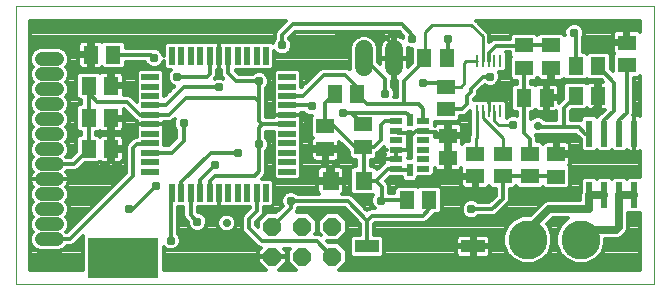
<source format=gtl>
G75*
%MOIN*%
%OFA0B0*%
%FSLAX25Y25*%
%IPPOS*%
%LPD*%
%AMOC8*
5,1,8,0,0,1.08239X$1,22.5*
%
%ADD10C,0.00000*%
%ADD11R,0.23622X0.13780*%
%ADD12R,0.05118X0.05906*%
%ADD13R,0.05906X0.05118*%
%ADD14R,0.05512X0.06299*%
%ADD15R,0.01969X0.05906*%
%ADD16R,0.05906X0.01969*%
%ADD17OC8,0.06000*%
%ADD18R,0.04424X0.01969*%
%ADD19R,0.01969X0.04424*%
%ADD20C,0.04756*%
%ADD21C,0.06000*%
%ADD22R,0.07900X0.04300*%
%ADD23R,0.00984X0.03937*%
%ADD24R,0.02400X0.08700*%
%ADD25C,0.13000*%
%ADD26C,0.01400*%
%ADD27C,0.02800*%
%ADD28C,0.03100*%
%ADD29C,0.01200*%
%ADD30C,0.01000*%
%ADD31C,0.02500*%
%ADD32C,0.02900*%
D10*
X0014912Y0005985D02*
X0014912Y0098504D01*
X0227510Y0098504D01*
X0227510Y0005985D01*
X0014912Y0005985D01*
D11*
X0050652Y0014522D03*
D12*
X0046602Y0050968D03*
X0039122Y0050968D03*
X0039114Y0061187D03*
X0046594Y0061187D03*
X0046594Y0072111D03*
X0039114Y0072111D03*
X0039915Y0082430D03*
X0047396Y0082430D03*
X0121104Y0069306D03*
X0128585Y0069306D03*
X0151040Y0081322D03*
X0158520Y0081322D03*
X0184312Y0068150D03*
X0191792Y0068150D03*
X0201440Y0068722D03*
X0208920Y0068722D03*
X0208920Y0078522D03*
X0201440Y0078522D03*
X0152741Y0034040D03*
X0145261Y0034040D03*
D13*
X0168080Y0041882D03*
X0177180Y0041882D03*
X0186280Y0041882D03*
X0195067Y0041799D03*
X0195067Y0049279D03*
X0186280Y0049362D03*
X0177180Y0049362D03*
X0168080Y0049362D03*
X0158971Y0047955D03*
X0158971Y0055436D03*
X0158280Y0064282D03*
X0158280Y0071762D03*
X0184234Y0078046D03*
X0193256Y0078034D03*
X0193256Y0085515D03*
X0184234Y0085527D03*
X0218480Y0086462D03*
X0218480Y0078982D03*
X0130649Y0059196D03*
X0118039Y0058533D03*
X0130649Y0051715D03*
X0118039Y0051052D03*
D14*
X0119770Y0040399D03*
X0130793Y0040399D03*
D15*
X0098330Y0036393D03*
X0095180Y0036393D03*
X0092031Y0036393D03*
X0088881Y0036393D03*
X0085732Y0036393D03*
X0082582Y0036393D03*
X0079432Y0036393D03*
X0076283Y0036393D03*
X0073133Y0036393D03*
X0069984Y0036393D03*
X0066834Y0036393D03*
X0066834Y0082062D03*
X0069984Y0082062D03*
X0073133Y0082062D03*
X0076283Y0082062D03*
X0079432Y0082062D03*
X0082582Y0082062D03*
X0085732Y0082062D03*
X0088881Y0082062D03*
X0092031Y0082062D03*
X0095180Y0082062D03*
X0098330Y0082062D03*
D16*
X0105417Y0074976D03*
X0105417Y0071826D03*
X0105417Y0068677D03*
X0105417Y0065527D03*
X0105417Y0062377D03*
X0105417Y0059228D03*
X0105417Y0056078D03*
X0105417Y0052929D03*
X0105417Y0049779D03*
X0105417Y0046629D03*
X0105417Y0043480D03*
X0059747Y0043480D03*
X0059747Y0046629D03*
X0059747Y0049779D03*
X0059747Y0052929D03*
X0059747Y0056078D03*
X0059747Y0059228D03*
X0059747Y0062377D03*
X0059747Y0065527D03*
X0059747Y0068677D03*
X0059747Y0071826D03*
X0059747Y0074976D03*
D17*
X0100406Y0025167D03*
X0110406Y0025167D03*
X0120406Y0025167D03*
X0120406Y0015167D03*
X0110406Y0015167D03*
X0100406Y0015167D03*
D18*
X0141660Y0044447D03*
X0141660Y0047596D03*
X0141660Y0050746D03*
X0141660Y0053895D03*
X0141660Y0057045D03*
X0141660Y0060195D03*
X0150621Y0060195D03*
X0150621Y0057045D03*
X0150621Y0053895D03*
X0150621Y0050746D03*
X0150621Y0047596D03*
X0150591Y0044447D03*
D19*
X0146140Y0044053D03*
X0146140Y0060588D03*
D20*
X0028471Y0060957D02*
X0023715Y0060957D01*
X0023715Y0055957D02*
X0028471Y0055957D01*
X0028471Y0050957D02*
X0023715Y0050957D01*
X0023715Y0045957D02*
X0028471Y0045957D01*
X0028471Y0040957D02*
X0023715Y0040957D01*
X0023715Y0035957D02*
X0028471Y0035957D01*
X0028471Y0030957D02*
X0023715Y0030957D01*
X0023715Y0025957D02*
X0028471Y0025957D01*
X0028471Y0020957D02*
X0023715Y0020957D01*
X0023715Y0065957D02*
X0028471Y0065957D01*
X0028471Y0070957D02*
X0023715Y0070957D01*
X0023715Y0075957D02*
X0028471Y0075957D01*
X0028471Y0080957D02*
X0023715Y0080957D01*
D21*
X0130979Y0078177D02*
X0130979Y0084177D01*
X0140979Y0084177D02*
X0140979Y0078177D01*
D22*
X0131988Y0018551D03*
X0167388Y0018551D03*
D23*
X0168509Y0063543D03*
X0170478Y0063543D03*
X0172446Y0063543D03*
X0174415Y0063543D03*
X0176383Y0063543D03*
X0176383Y0080181D03*
X0174415Y0080181D03*
X0172446Y0080181D03*
X0170478Y0080181D03*
X0168509Y0080181D03*
D24*
X0206002Y0056160D03*
X0211002Y0056160D03*
X0216002Y0056160D03*
X0221002Y0056160D03*
X0221002Y0035560D03*
X0216002Y0035560D03*
X0211002Y0035560D03*
X0206002Y0035560D03*
D25*
X0203186Y0020801D03*
X0185555Y0020807D03*
D26*
X0192925Y0017173D02*
X0195814Y0017173D01*
X0196235Y0016156D02*
X0198541Y0013850D01*
X0201555Y0012601D01*
X0204817Y0012601D01*
X0207831Y0013850D01*
X0210138Y0016156D01*
X0211386Y0019170D01*
X0211386Y0020972D01*
X0215567Y0020972D01*
X0216651Y0021421D01*
X0217673Y0022443D01*
X0218503Y0023273D01*
X0218952Y0024357D01*
X0218952Y0029655D01*
X0219098Y0029510D01*
X0222810Y0029510D01*
X0222810Y0010685D01*
X0122571Y0010685D01*
X0125106Y0013220D01*
X0125106Y0017113D01*
X0122353Y0019867D01*
X0119100Y0019867D01*
X0118500Y0020467D01*
X0122353Y0020467D01*
X0125106Y0023220D01*
X0125106Y0027113D01*
X0122353Y0029867D01*
X0118459Y0029867D01*
X0115706Y0027113D01*
X0115706Y0023220D01*
X0116641Y0022285D01*
X0115828Y0022622D01*
X0114508Y0022622D01*
X0115106Y0023220D01*
X0115106Y0027113D01*
X0112353Y0029867D01*
X0108500Y0029867D01*
X0108615Y0029981D01*
X0108980Y0030863D01*
X0108980Y0031222D01*
X0124486Y0031222D01*
X0129588Y0026120D01*
X0129588Y0022401D01*
X0127334Y0022401D01*
X0126338Y0021405D01*
X0126338Y0015697D01*
X0127334Y0014701D01*
X0136642Y0014701D01*
X0137638Y0015697D01*
X0137638Y0021405D01*
X0136642Y0022401D01*
X0134388Y0022401D01*
X0134388Y0026120D01*
X0134690Y0026422D01*
X0151057Y0026422D01*
X0151940Y0026787D01*
X0152615Y0027462D01*
X0152615Y0027462D01*
X0154540Y0029388D01*
X0156004Y0029388D01*
X0157000Y0030384D01*
X0157000Y0037697D01*
X0156004Y0038693D01*
X0149478Y0038693D01*
X0149001Y0038216D01*
X0148524Y0038693D01*
X0141998Y0038693D01*
X0141002Y0037697D01*
X0141002Y0036440D01*
X0139299Y0036440D01*
X0139299Y0038835D01*
X0138933Y0039717D01*
X0138251Y0040399D01*
X0139615Y0041762D01*
X0141312Y0041762D01*
X0141576Y0041653D01*
X0143456Y0041653D01*
X0143456Y0041137D01*
X0144452Y0040141D01*
X0147829Y0040141D01*
X0148825Y0041137D01*
X0148825Y0041762D01*
X0153508Y0041762D01*
X0154503Y0042758D01*
X0154503Y0044619D01*
X0154657Y0044352D01*
X0154974Y0044036D01*
X0155362Y0043812D01*
X0155794Y0043696D01*
X0158391Y0043696D01*
X0158391Y0047376D01*
X0159550Y0047376D01*
X0159550Y0043696D01*
X0162147Y0043696D01*
X0162580Y0043812D01*
X0162967Y0044036D01*
X0163284Y0044352D01*
X0163427Y0044601D01*
X0163427Y0042461D01*
X0167500Y0042461D01*
X0167500Y0041302D01*
X0163427Y0041302D01*
X0163427Y0039099D01*
X0163543Y0038666D01*
X0163767Y0038279D01*
X0164083Y0037962D01*
X0164471Y0037738D01*
X0164903Y0037623D01*
X0167500Y0037623D01*
X0167500Y0041302D01*
X0168660Y0041302D01*
X0168660Y0037623D01*
X0171257Y0037623D01*
X0171689Y0037738D01*
X0172077Y0037962D01*
X0172393Y0038279D01*
X0172567Y0038579D01*
X0173523Y0037623D01*
X0174780Y0037623D01*
X0174780Y0035416D01*
X0172686Y0033322D01*
X0168876Y0033322D01*
X0168521Y0033677D01*
X0167326Y0034172D01*
X0166034Y0034172D01*
X0164839Y0033677D01*
X0163925Y0032763D01*
X0163430Y0031568D01*
X0163430Y0030275D01*
X0163925Y0029081D01*
X0164839Y0028167D01*
X0166034Y0027672D01*
X0167326Y0027672D01*
X0168521Y0028167D01*
X0168876Y0028522D01*
X0174157Y0028522D01*
X0175040Y0028887D01*
X0179215Y0033062D01*
X0179580Y0033944D01*
X0179580Y0037623D01*
X0180837Y0037623D01*
X0181730Y0038516D01*
X0182623Y0037623D01*
X0189937Y0037623D01*
X0190632Y0038318D01*
X0191410Y0037540D01*
X0198724Y0037540D01*
X0199719Y0038536D01*
X0199719Y0045062D01*
X0199242Y0045539D01*
X0199380Y0045676D01*
X0199604Y0046064D01*
X0199719Y0046496D01*
X0199719Y0048700D01*
X0195646Y0048700D01*
X0195646Y0049859D01*
X0194487Y0049859D01*
X0194487Y0053538D01*
X0191890Y0053538D01*
X0191458Y0053422D01*
X0191070Y0053199D01*
X0190754Y0052882D01*
X0190725Y0052833D01*
X0189937Y0053621D01*
X0188680Y0053621D01*
X0188680Y0054739D01*
X0188315Y0055621D01*
X0188301Y0055635D01*
X0189538Y0055635D01*
X0189990Y0055822D01*
X0201546Y0055822D01*
X0202567Y0054800D01*
X0203102Y0054265D01*
X0203102Y0051105D01*
X0204098Y0050110D01*
X0207906Y0050110D01*
X0208502Y0050705D01*
X0209098Y0050110D01*
X0212906Y0050110D01*
X0213502Y0050705D01*
X0214098Y0050110D01*
X0217906Y0050110D01*
X0218502Y0050705D01*
X0218758Y0050449D01*
X0219146Y0050225D01*
X0219578Y0050110D01*
X0221002Y0050110D01*
X0221002Y0056159D01*
X0221002Y0056159D01*
X0221002Y0050110D01*
X0222426Y0050110D01*
X0222810Y0050212D01*
X0222810Y0041610D01*
X0219098Y0041610D01*
X0218502Y0041014D01*
X0217906Y0041610D01*
X0214098Y0041610D01*
X0213502Y0041014D01*
X0212906Y0041610D01*
X0209098Y0041610D01*
X0208502Y0041014D01*
X0207906Y0041610D01*
X0204098Y0041610D01*
X0203102Y0040614D01*
X0203102Y0036440D01*
X0202930Y0036024D01*
X0202930Y0033872D01*
X0191993Y0033872D01*
X0190909Y0033423D01*
X0186493Y0029007D01*
X0183924Y0029007D01*
X0180910Y0027758D01*
X0178603Y0025452D01*
X0177355Y0022438D01*
X0177355Y0019176D01*
X0178603Y0016162D01*
X0180910Y0013855D01*
X0183924Y0012607D01*
X0187186Y0012607D01*
X0190200Y0013855D01*
X0192506Y0016162D01*
X0193755Y0019176D01*
X0193755Y0022438D01*
X0192506Y0025452D01*
X0191894Y0026064D01*
X0193802Y0027972D01*
X0199070Y0027972D01*
X0198541Y0027753D01*
X0196235Y0025446D01*
X0194986Y0022432D01*
X0194986Y0019170D01*
X0196235Y0016156D01*
X0196617Y0015774D02*
X0192119Y0015774D01*
X0190720Y0014376D02*
X0198015Y0014376D01*
X0200647Y0012977D02*
X0188080Y0012977D01*
X0183029Y0012977D02*
X0124863Y0012977D01*
X0123465Y0011579D02*
X0222810Y0011579D01*
X0222810Y0012977D02*
X0205725Y0012977D01*
X0208357Y0014376D02*
X0222810Y0014376D01*
X0222810Y0015774D02*
X0209756Y0015774D01*
X0210559Y0017173D02*
X0222810Y0017173D01*
X0222810Y0018571D02*
X0211138Y0018571D01*
X0211386Y0019970D02*
X0222810Y0019970D01*
X0222810Y0021368D02*
X0216524Y0021368D01*
X0217997Y0022767D02*
X0222810Y0022767D01*
X0222810Y0024165D02*
X0218873Y0024165D01*
X0218952Y0025564D02*
X0222810Y0025564D01*
X0222810Y0026962D02*
X0218952Y0026962D01*
X0218952Y0028361D02*
X0222810Y0028361D01*
X0202930Y0033955D02*
X0179580Y0033955D01*
X0179580Y0035354D02*
X0202930Y0035354D01*
X0203102Y0036752D02*
X0179580Y0036752D01*
X0181365Y0038151D02*
X0182095Y0038151D01*
X0177180Y0034422D02*
X0173680Y0030922D01*
X0166680Y0030922D01*
X0163644Y0029759D02*
X0156376Y0029759D01*
X0157000Y0031158D02*
X0163430Y0031158D01*
X0163839Y0032556D02*
X0157000Y0032556D01*
X0157000Y0033955D02*
X0165510Y0033955D01*
X0167850Y0033955D02*
X0173319Y0033955D01*
X0174718Y0035354D02*
X0157000Y0035354D01*
X0157000Y0036752D02*
X0174780Y0036752D01*
X0172995Y0038151D02*
X0172265Y0038151D01*
X0171580Y0035122D02*
X0168080Y0038622D01*
X0168080Y0041882D01*
X0167500Y0042346D02*
X0154091Y0042346D01*
X0154503Y0043745D02*
X0155613Y0043745D01*
X0158391Y0043745D02*
X0159550Y0043745D01*
X0162328Y0043745D02*
X0163427Y0043745D01*
X0163427Y0040948D02*
X0148636Y0040948D01*
X0143645Y0040948D02*
X0138800Y0040948D01*
X0139003Y0039549D02*
X0163427Y0039549D01*
X0167500Y0039549D02*
X0168660Y0039549D01*
X0168660Y0040948D02*
X0167500Y0040948D01*
X0167500Y0038151D02*
X0168660Y0038151D01*
X0163895Y0038151D02*
X0156547Y0038151D01*
X0152741Y0034040D02*
X0152741Y0030983D01*
X0150580Y0028822D01*
X0133696Y0028822D01*
X0131988Y0027114D01*
X0125480Y0033622D01*
X0106580Y0033622D01*
X0106580Y0031341D01*
X0100406Y0025167D01*
X0095706Y0024890D02*
X0095706Y0027113D01*
X0098459Y0029867D01*
X0101712Y0029867D01*
X0103767Y0031921D01*
X0103330Y0032975D01*
X0103330Y0034268D01*
X0103825Y0035463D01*
X0104739Y0036377D01*
X0105934Y0036872D01*
X0107226Y0036872D01*
X0108421Y0036377D01*
X0108776Y0036022D01*
X0115837Y0036022D01*
X0115654Y0036206D01*
X0115430Y0036593D01*
X0115314Y0037026D01*
X0115314Y0039721D01*
X0119092Y0039721D01*
X0119092Y0041077D01*
X0119092Y0045249D01*
X0116790Y0045249D01*
X0116358Y0045133D01*
X0115970Y0044909D01*
X0115654Y0044592D01*
X0115430Y0044205D01*
X0115314Y0043772D01*
X0115314Y0041077D01*
X0119092Y0041077D01*
X0120448Y0041077D01*
X0124226Y0041077D01*
X0124226Y0043772D01*
X0124110Y0044205D01*
X0123886Y0044592D01*
X0123570Y0044909D01*
X0123182Y0045133D01*
X0122749Y0045249D01*
X0120448Y0045249D01*
X0120448Y0041077D01*
X0120448Y0039721D01*
X0124226Y0039721D01*
X0124226Y0037026D01*
X0124110Y0036593D01*
X0123886Y0036206D01*
X0123702Y0036022D01*
X0125957Y0036022D01*
X0126840Y0035656D01*
X0131988Y0030508D01*
X0132336Y0030856D01*
X0133219Y0031222D01*
X0134484Y0031222D01*
X0133825Y0031881D01*
X0133330Y0033075D01*
X0133330Y0034368D01*
X0133819Y0035549D01*
X0127333Y0035549D01*
X0126337Y0036545D01*
X0126337Y0044253D01*
X0127333Y0045249D01*
X0128393Y0045249D01*
X0128393Y0047456D01*
X0126992Y0047456D01*
X0125997Y0048452D01*
X0125997Y0050011D01*
X0125445Y0050562D01*
X0125445Y0050562D01*
X0122692Y0053316D01*
X0122692Y0051632D01*
X0118619Y0051632D01*
X0118619Y0050473D01*
X0122692Y0050473D01*
X0122692Y0048270D01*
X0122576Y0047837D01*
X0122352Y0047450D01*
X0122036Y0047133D01*
X0121648Y0046909D01*
X0121216Y0046793D01*
X0118619Y0046793D01*
X0118619Y0050473D01*
X0117460Y0050473D01*
X0117460Y0046793D01*
X0114862Y0046793D01*
X0114430Y0046909D01*
X0114042Y0047133D01*
X0113726Y0047450D01*
X0113502Y0047837D01*
X0113386Y0048270D01*
X0113386Y0050473D01*
X0117459Y0050473D01*
X0117459Y0051632D01*
X0113386Y0051632D01*
X0113386Y0053835D01*
X0113502Y0054268D01*
X0113726Y0054655D01*
X0113863Y0054793D01*
X0113386Y0055270D01*
X0113386Y0061796D01*
X0113562Y0061972D01*
X0112834Y0061972D01*
X0111639Y0062467D01*
X0110979Y0063127D01*
X0110069Y0063127D01*
X0110069Y0062377D01*
X0105417Y0062377D01*
X0105417Y0062377D01*
X0110069Y0062377D01*
X0110069Y0061169D01*
X0110016Y0060970D01*
X0110069Y0060916D01*
X0110069Y0041791D01*
X0109074Y0040795D01*
X0101760Y0040795D01*
X0100764Y0041791D01*
X0100764Y0056828D01*
X0098380Y0056828D01*
X0098380Y0054818D01*
X0098735Y0054463D01*
X0099230Y0053268D01*
X0099230Y0051975D01*
X0098735Y0050781D01*
X0098380Y0050426D01*
X0098380Y0043044D01*
X0098015Y0042162D01*
X0097340Y0041487D01*
X0097339Y0041487D01*
X0096898Y0041046D01*
X0100018Y0041046D01*
X0101014Y0040050D01*
X0101014Y0032736D01*
X0100018Y0031740D01*
X0097580Y0031740D01*
X0097580Y0029745D01*
X0097215Y0028863D01*
X0096540Y0028188D01*
X0094980Y0026628D01*
X0094980Y0025616D01*
X0095706Y0024890D01*
X0095706Y0025564D02*
X0095032Y0025564D01*
X0095315Y0026962D02*
X0095706Y0026962D01*
X0096713Y0028361D02*
X0096954Y0028361D01*
X0097580Y0029759D02*
X0098352Y0029759D01*
X0097580Y0031158D02*
X0103003Y0031158D01*
X0103503Y0032556D02*
X0100835Y0032556D01*
X0101014Y0033955D02*
X0103330Y0033955D01*
X0103780Y0035354D02*
X0101014Y0035354D01*
X0101014Y0036752D02*
X0105644Y0036752D01*
X0107516Y0036752D02*
X0115387Y0036752D01*
X0115314Y0038151D02*
X0101014Y0038151D01*
X0101014Y0039549D02*
X0115314Y0039549D01*
X0115314Y0042346D02*
X0110069Y0042346D01*
X0110069Y0043745D02*
X0115314Y0043745D01*
X0116396Y0045143D02*
X0110069Y0045143D01*
X0110069Y0046542D02*
X0128393Y0046542D01*
X0127228Y0045143D02*
X0123143Y0045143D01*
X0120448Y0045143D02*
X0119092Y0045143D01*
X0119092Y0043745D02*
X0120448Y0043745D01*
X0120448Y0042346D02*
X0119092Y0042346D01*
X0119092Y0040948D02*
X0109226Y0040948D01*
X0101608Y0040948D02*
X0100117Y0040948D01*
X0100764Y0042346D02*
X0098091Y0042346D01*
X0098380Y0043745D02*
X0100764Y0043745D01*
X0100764Y0045143D02*
X0098380Y0045143D01*
X0098380Y0046542D02*
X0100764Y0046542D01*
X0100764Y0047940D02*
X0098380Y0047940D01*
X0098380Y0049339D02*
X0100764Y0049339D01*
X0100764Y0050737D02*
X0098692Y0050737D01*
X0099230Y0052136D02*
X0100764Y0052136D01*
X0100764Y0053534D02*
X0099120Y0053534D01*
X0098380Y0054933D02*
X0100764Y0054933D01*
X0100764Y0056331D02*
X0098380Y0056331D01*
X0095980Y0058134D02*
X0095980Y0052622D01*
X0095980Y0043522D01*
X0094580Y0042122D01*
X0081280Y0042122D01*
X0079432Y0040274D01*
X0079432Y0036393D01*
X0082582Y0036393D02*
X0082582Y0036393D01*
X0082582Y0031740D01*
X0083790Y0031740D01*
X0083990Y0031794D01*
X0084043Y0031740D01*
X0092780Y0031740D01*
X0092780Y0031216D01*
X0090545Y0028981D01*
X0090180Y0028099D01*
X0090180Y0024144D01*
X0090545Y0023262D01*
X0091221Y0022587D01*
X0095621Y0018187D01*
X0096440Y0017848D01*
X0095706Y0017113D01*
X0095706Y0015467D01*
X0100106Y0015467D01*
X0100106Y0014867D01*
X0095706Y0014867D01*
X0095706Y0013220D01*
X0098241Y0010685D01*
X0064163Y0010685D01*
X0064163Y0018243D01*
X0064739Y0017667D01*
X0065934Y0017172D01*
X0067226Y0017172D01*
X0068421Y0017667D01*
X0069335Y0018581D01*
X0069830Y0019775D01*
X0069830Y0021068D01*
X0069335Y0022263D01*
X0068980Y0022618D01*
X0068980Y0031740D01*
X0070733Y0031740D01*
X0070733Y0028491D01*
X0071099Y0027609D01*
X0072130Y0026578D01*
X0072130Y0026075D01*
X0072625Y0024881D01*
X0073539Y0023967D01*
X0074734Y0023472D01*
X0076026Y0023472D01*
X0077221Y0023967D01*
X0078135Y0024881D01*
X0078630Y0026075D01*
X0078630Y0027368D01*
X0078135Y0028563D01*
X0077221Y0029477D01*
X0076026Y0029972D01*
X0075533Y0029972D01*
X0075533Y0031740D01*
X0081121Y0031740D01*
X0081174Y0031794D01*
X0081374Y0031740D01*
X0082582Y0031740D01*
X0082582Y0036393D01*
X0082582Y0035354D02*
X0082582Y0035354D01*
X0082582Y0033955D02*
X0082582Y0033955D01*
X0082582Y0032556D02*
X0082582Y0032556D01*
X0076539Y0029759D02*
X0091324Y0029759D01*
X0092722Y0031158D02*
X0075533Y0031158D01*
X0073133Y0028969D02*
X0075380Y0026722D01*
X0072342Y0025564D02*
X0068980Y0025564D01*
X0068980Y0026962D02*
X0071745Y0026962D01*
X0070787Y0028361D02*
X0068980Y0028361D01*
X0068980Y0029759D02*
X0070733Y0029759D01*
X0070733Y0031158D02*
X0068980Y0031158D01*
X0073133Y0028969D02*
X0073133Y0036393D01*
X0069984Y0036393D02*
X0069984Y0039925D01*
X0079880Y0049822D01*
X0088980Y0049822D01*
X0081280Y0045622D02*
X0076283Y0040625D01*
X0076283Y0036393D01*
X0076380Y0036490D01*
X0066834Y0036393D02*
X0066580Y0036139D01*
X0066580Y0020422D01*
X0069706Y0021368D02*
X0092439Y0021368D01*
X0093838Y0019970D02*
X0069830Y0019970D01*
X0069326Y0018571D02*
X0095236Y0018571D01*
X0095765Y0017173D02*
X0067229Y0017173D01*
X0065931Y0017173D02*
X0064163Y0017173D01*
X0064163Y0015774D02*
X0095706Y0015774D01*
X0095706Y0014376D02*
X0064163Y0014376D01*
X0064163Y0012977D02*
X0095949Y0012977D01*
X0097347Y0011579D02*
X0064163Y0011579D01*
X0068980Y0022767D02*
X0091041Y0022767D01*
X0087850Y0024537D02*
X0086964Y0023651D01*
X0085807Y0023172D01*
X0084553Y0023172D01*
X0083396Y0023651D01*
X0082510Y0024537D01*
X0082030Y0025695D01*
X0082030Y0026948D01*
X0082510Y0028106D01*
X0083396Y0028992D01*
X0084553Y0029472D01*
X0085807Y0029472D01*
X0086964Y0028992D01*
X0087850Y0028106D01*
X0088330Y0026948D01*
X0088330Y0025695D01*
X0087850Y0024537D01*
X0087478Y0024165D02*
X0090180Y0024165D01*
X0090180Y0025564D02*
X0088276Y0025564D01*
X0088324Y0026962D02*
X0090180Y0026962D01*
X0090288Y0028361D02*
X0087596Y0028361D01*
X0082764Y0028361D02*
X0078219Y0028361D01*
X0078630Y0026962D02*
X0082036Y0026962D01*
X0082084Y0025564D02*
X0078418Y0025564D01*
X0077420Y0024165D02*
X0082882Y0024165D01*
X0073340Y0024165D02*
X0068980Y0024165D01*
X0061680Y0038622D02*
X0053980Y0030922D01*
X0052580Y0030922D01*
X0043818Y0035354D02*
X0032549Y0035354D01*
X0032549Y0035146D02*
X0032549Y0036768D01*
X0031928Y0038267D01*
X0031713Y0038482D01*
X0031958Y0038820D01*
X0032250Y0039392D01*
X0032448Y0040002D01*
X0032549Y0040636D01*
X0032549Y0040957D01*
X0026093Y0040957D01*
X0026093Y0040957D01*
X0032549Y0040957D01*
X0032549Y0041278D01*
X0032448Y0041912D01*
X0032250Y0042523D01*
X0031958Y0043095D01*
X0031713Y0043432D01*
X0031838Y0043557D01*
X0034588Y0043557D01*
X0035471Y0043923D01*
X0037863Y0046315D01*
X0042385Y0046315D01*
X0042862Y0046792D01*
X0042999Y0046655D01*
X0043387Y0046431D01*
X0043819Y0046315D01*
X0046023Y0046315D01*
X0046023Y0050388D01*
X0047182Y0050388D01*
X0047182Y0046315D01*
X0049385Y0046315D01*
X0049817Y0046431D01*
X0050205Y0046655D01*
X0050522Y0046971D01*
X0050745Y0047359D01*
X0050861Y0047791D01*
X0050861Y0050389D01*
X0047182Y0050389D01*
X0047182Y0051548D01*
X0046023Y0051548D01*
X0046023Y0055621D01*
X0043819Y0055621D01*
X0043387Y0055505D01*
X0042999Y0055281D01*
X0042862Y0055144D01*
X0042385Y0055621D01*
X0041522Y0055621D01*
X0041522Y0056534D01*
X0042377Y0056534D01*
X0042854Y0057011D01*
X0042991Y0056874D01*
X0043379Y0056650D01*
X0043811Y0056534D01*
X0046014Y0056534D01*
X0046014Y0060608D01*
X0047173Y0060608D01*
X0047173Y0056534D01*
X0049377Y0056534D01*
X0049809Y0056650D01*
X0050197Y0056874D01*
X0050513Y0057191D01*
X0050737Y0057578D01*
X0050853Y0058011D01*
X0050853Y0060608D01*
X0047174Y0060608D01*
X0047174Y0061767D01*
X0050853Y0061767D01*
X0050853Y0064222D01*
X0050886Y0064222D01*
X0054765Y0060343D01*
X0055095Y0060206D01*
X0055095Y0059228D01*
X0059747Y0059228D01*
X0059747Y0059228D01*
X0055095Y0059228D01*
X0055095Y0058020D01*
X0055148Y0057820D01*
X0055095Y0057767D01*
X0055095Y0055022D01*
X0054903Y0055022D01*
X0054021Y0054656D01*
X0053345Y0053981D01*
X0052621Y0053256D01*
X0051945Y0052581D01*
X0051580Y0051699D01*
X0051580Y0043116D01*
X0031829Y0023365D01*
X0031738Y0023457D01*
X0031928Y0023647D01*
X0032549Y0025146D01*
X0032549Y0026768D01*
X0031928Y0028267D01*
X0031738Y0028457D01*
X0031928Y0028647D01*
X0032549Y0030146D01*
X0032549Y0031768D01*
X0031928Y0033267D01*
X0031738Y0033457D01*
X0031928Y0033647D01*
X0032549Y0035146D01*
X0032055Y0033955D02*
X0042419Y0033955D01*
X0041021Y0032556D02*
X0032222Y0032556D01*
X0032549Y0031158D02*
X0039622Y0031158D01*
X0038224Y0029759D02*
X0032388Y0029759D01*
X0031834Y0028361D02*
X0036825Y0028361D01*
X0035427Y0026962D02*
X0032468Y0026962D01*
X0032549Y0025564D02*
X0034028Y0025564D01*
X0032630Y0024165D02*
X0032142Y0024165D01*
X0032815Y0020957D02*
X0026093Y0020957D01*
X0021405Y0017500D02*
X0020258Y0018647D01*
X0019637Y0020146D01*
X0019637Y0021768D01*
X0020258Y0023267D01*
X0020448Y0023457D01*
X0020258Y0023647D01*
X0019637Y0025146D01*
X0019637Y0026768D01*
X0020258Y0028267D01*
X0020448Y0028457D01*
X0020258Y0028647D01*
X0019637Y0030146D01*
X0019637Y0031768D01*
X0020258Y0033267D01*
X0020448Y0033457D01*
X0020258Y0033647D01*
X0019637Y0035146D01*
X0019637Y0036768D01*
X0020258Y0038267D01*
X0020472Y0038482D01*
X0020227Y0038820D01*
X0019935Y0039392D01*
X0019737Y0040002D01*
X0019637Y0040636D01*
X0019637Y0040957D01*
X0026092Y0040957D01*
X0026092Y0040957D01*
X0019637Y0040957D01*
X0019637Y0041278D01*
X0019737Y0041912D01*
X0019935Y0042523D01*
X0020227Y0043095D01*
X0020472Y0043432D01*
X0020258Y0043647D01*
X0019637Y0045146D01*
X0019637Y0046768D01*
X0020258Y0048267D01*
X0020448Y0048457D01*
X0020258Y0048647D01*
X0019637Y0050146D01*
X0019637Y0051768D01*
X0020258Y0053267D01*
X0020448Y0053457D01*
X0020258Y0053647D01*
X0019637Y0055146D01*
X0019637Y0056768D01*
X0020258Y0058267D01*
X0020448Y0058457D01*
X0020258Y0058647D01*
X0019637Y0060146D01*
X0019637Y0061768D01*
X0020258Y0063267D01*
X0020448Y0063457D01*
X0020258Y0063647D01*
X0019637Y0065146D01*
X0019637Y0066768D01*
X0020258Y0068267D01*
X0020448Y0068457D01*
X0020258Y0068647D01*
X0019637Y0070146D01*
X0019637Y0071768D01*
X0020258Y0073267D01*
X0020448Y0073457D01*
X0020258Y0073647D01*
X0019637Y0075146D01*
X0019637Y0076768D01*
X0020258Y0078267D01*
X0020448Y0078457D01*
X0020258Y0078647D01*
X0019637Y0080146D01*
X0019637Y0081768D01*
X0020258Y0083267D01*
X0021405Y0084414D01*
X0022904Y0085035D01*
X0029282Y0085035D01*
X0030781Y0084414D01*
X0031928Y0083267D01*
X0032549Y0081768D01*
X0032549Y0080146D01*
X0031928Y0078647D01*
X0031738Y0078457D01*
X0031928Y0078267D01*
X0032549Y0076768D01*
X0032549Y0075146D01*
X0031928Y0073647D01*
X0031738Y0073457D01*
X0031928Y0073267D01*
X0032549Y0071768D01*
X0032549Y0070146D01*
X0031928Y0068647D01*
X0031738Y0068457D01*
X0031928Y0068267D01*
X0032549Y0066768D01*
X0032549Y0065146D01*
X0031928Y0063647D01*
X0031738Y0063457D01*
X0031928Y0063267D01*
X0032549Y0061768D01*
X0032549Y0060146D01*
X0031928Y0058647D01*
X0031738Y0058457D01*
X0031928Y0058267D01*
X0032549Y0056768D01*
X0032549Y0055146D01*
X0031928Y0053647D01*
X0031738Y0053457D01*
X0031928Y0053267D01*
X0032549Y0051768D01*
X0032549Y0050146D01*
X0031928Y0048647D01*
X0031738Y0048457D01*
X0031838Y0048357D01*
X0033117Y0048357D01*
X0034863Y0050103D01*
X0034863Y0054625D01*
X0035859Y0055621D01*
X0036722Y0055621D01*
X0036722Y0056534D01*
X0035850Y0056534D01*
X0034855Y0057530D01*
X0034855Y0064844D01*
X0035850Y0065840D01*
X0036714Y0065840D01*
X0036714Y0067459D01*
X0035850Y0067459D01*
X0034855Y0068454D01*
X0034855Y0075768D01*
X0035850Y0076764D01*
X0042377Y0076764D01*
X0042854Y0076287D01*
X0042991Y0076424D01*
X0043379Y0076648D01*
X0043811Y0076764D01*
X0046014Y0076764D01*
X0046014Y0072691D01*
X0047173Y0072691D01*
X0047173Y0076764D01*
X0049377Y0076764D01*
X0049809Y0076648D01*
X0050197Y0076424D01*
X0050513Y0076108D01*
X0050737Y0075720D01*
X0050853Y0075288D01*
X0050853Y0072691D01*
X0047174Y0072691D01*
X0047174Y0071532D01*
X0050853Y0071532D01*
X0050853Y0069022D01*
X0052357Y0069022D01*
X0053240Y0068656D01*
X0053915Y0067981D01*
X0055095Y0066801D01*
X0055095Y0076664D01*
X0056090Y0077660D01*
X0063404Y0077660D01*
X0064400Y0076664D01*
X0064400Y0068536D01*
X0067752Y0071888D01*
X0066839Y0072267D01*
X0065925Y0073181D01*
X0065430Y0074375D01*
X0065430Y0075668D01*
X0065925Y0076863D01*
X0066472Y0077410D01*
X0065146Y0077410D01*
X0064150Y0078405D01*
X0064150Y0080482D01*
X0063735Y0079481D01*
X0062821Y0078567D01*
X0061626Y0078072D01*
X0060334Y0078072D01*
X0059139Y0078567D01*
X0058225Y0079481D01*
X0057997Y0080030D01*
X0051655Y0080030D01*
X0051655Y0078773D01*
X0050659Y0077777D01*
X0044133Y0077777D01*
X0043656Y0078254D01*
X0043518Y0078117D01*
X0043131Y0077893D01*
X0042698Y0077777D01*
X0040495Y0077777D01*
X0040495Y0081850D01*
X0039336Y0081850D01*
X0039336Y0077777D01*
X0037133Y0077777D01*
X0036700Y0077893D01*
X0036313Y0078117D01*
X0035996Y0078433D01*
X0035772Y0078821D01*
X0035656Y0079253D01*
X0035656Y0081851D01*
X0039336Y0081851D01*
X0039336Y0083010D01*
X0039336Y0087083D01*
X0037133Y0087083D01*
X0036700Y0086967D01*
X0036313Y0086743D01*
X0035996Y0086427D01*
X0035772Y0086039D01*
X0035656Y0085607D01*
X0035656Y0083010D01*
X0039336Y0083010D01*
X0040495Y0083010D01*
X0040495Y0087083D01*
X0042698Y0087083D01*
X0043131Y0086967D01*
X0043518Y0086743D01*
X0043656Y0086606D01*
X0044133Y0087083D01*
X0050659Y0087083D01*
X0051655Y0086087D01*
X0051655Y0084830D01*
X0060349Y0084830D01*
X0060973Y0084572D01*
X0061626Y0084572D01*
X0062821Y0084077D01*
X0063735Y0083163D01*
X0064150Y0082162D01*
X0064150Y0085719D01*
X0065146Y0086715D01*
X0081121Y0086715D01*
X0081174Y0086662D01*
X0081374Y0086715D01*
X0082582Y0086715D01*
X0082582Y0082063D01*
X0082582Y0082063D01*
X0082582Y0086715D01*
X0083790Y0086715D01*
X0083990Y0086662D01*
X0084043Y0086715D01*
X0100018Y0086715D01*
X0100470Y0086264D01*
X0100925Y0087363D01*
X0101280Y0087718D01*
X0101280Y0089499D01*
X0101645Y0090381D01*
X0105069Y0093804D01*
X0019612Y0093804D01*
X0019612Y0010685D01*
X0037141Y0010685D01*
X0037141Y0021888D01*
X0034175Y0018923D01*
X0033293Y0018557D01*
X0031838Y0018557D01*
X0030781Y0017500D01*
X0029282Y0016879D01*
X0022904Y0016879D01*
X0021405Y0017500D01*
X0022195Y0017173D02*
X0019612Y0017173D01*
X0019612Y0018571D02*
X0020333Y0018571D01*
X0019710Y0019970D02*
X0019612Y0019970D01*
X0019612Y0021368D02*
X0019637Y0021368D01*
X0019612Y0022767D02*
X0020050Y0022767D01*
X0020043Y0024165D02*
X0019612Y0024165D01*
X0019612Y0025564D02*
X0019637Y0025564D01*
X0019612Y0026962D02*
X0019717Y0026962D01*
X0019612Y0028361D02*
X0020351Y0028361D01*
X0019797Y0029759D02*
X0019612Y0029759D01*
X0019612Y0031158D02*
X0019637Y0031158D01*
X0019612Y0032556D02*
X0019963Y0032556D01*
X0020130Y0033955D02*
X0019612Y0033955D01*
X0019612Y0035354D02*
X0019637Y0035354D01*
X0019612Y0036752D02*
X0019637Y0036752D01*
X0019612Y0038151D02*
X0020209Y0038151D01*
X0019884Y0039549D02*
X0019612Y0039549D01*
X0019612Y0040948D02*
X0019637Y0040948D01*
X0019612Y0042346D02*
X0019878Y0042346D01*
X0019612Y0043745D02*
X0020217Y0043745D01*
X0019638Y0045143D02*
X0019612Y0045143D01*
X0019612Y0046542D02*
X0019637Y0046542D01*
X0019612Y0047940D02*
X0020122Y0047940D01*
X0019971Y0049339D02*
X0019612Y0049339D01*
X0019612Y0050737D02*
X0019637Y0050737D01*
X0019612Y0052136D02*
X0019789Y0052136D01*
X0019612Y0053534D02*
X0020371Y0053534D01*
X0019725Y0054933D02*
X0019612Y0054933D01*
X0019612Y0056331D02*
X0019637Y0056331D01*
X0019612Y0057730D02*
X0020035Y0057730D01*
X0020058Y0059128D02*
X0019612Y0059128D01*
X0019612Y0060527D02*
X0019637Y0060527D01*
X0019612Y0061925D02*
X0019702Y0061925D01*
X0019612Y0063324D02*
X0020314Y0063324D01*
X0019812Y0064722D02*
X0019612Y0064722D01*
X0019612Y0066121D02*
X0019637Y0066121D01*
X0019612Y0067519D02*
X0019948Y0067519D01*
X0020145Y0068918D02*
X0019612Y0068918D01*
X0019612Y0070316D02*
X0019637Y0070316D01*
X0019612Y0071715D02*
X0019637Y0071715D01*
X0019612Y0073113D02*
X0020194Y0073113D01*
X0019899Y0074512D02*
X0019612Y0074512D01*
X0019612Y0075910D02*
X0019637Y0075910D01*
X0019612Y0077309D02*
X0019861Y0077309D01*
X0019612Y0078707D02*
X0020233Y0078707D01*
X0019653Y0080106D02*
X0019612Y0080106D01*
X0019612Y0081504D02*
X0019637Y0081504D01*
X0019612Y0082903D02*
X0020107Y0082903D01*
X0019612Y0084301D02*
X0021292Y0084301D01*
X0019612Y0085700D02*
X0035681Y0085700D01*
X0039336Y0085700D02*
X0040495Y0085700D01*
X0040495Y0084301D02*
X0039336Y0084301D01*
X0039336Y0082903D02*
X0032079Y0082903D01*
X0032549Y0081504D02*
X0035656Y0081504D01*
X0035656Y0080106D02*
X0032532Y0080106D01*
X0031953Y0078707D02*
X0035838Y0078707D01*
X0039336Y0078707D02*
X0040495Y0078707D01*
X0040495Y0080106D02*
X0039336Y0080106D01*
X0039336Y0081504D02*
X0040495Y0081504D01*
X0035656Y0084301D02*
X0030893Y0084301D01*
X0019612Y0087098D02*
X0100815Y0087098D01*
X0101280Y0088497D02*
X0019612Y0088497D01*
X0019612Y0089895D02*
X0101444Y0089895D01*
X0102558Y0091294D02*
X0019612Y0091294D01*
X0019612Y0092692D02*
X0103957Y0092692D01*
X0107180Y0092522D02*
X0103680Y0089022D01*
X0103680Y0085522D01*
X0106692Y0084301D02*
X0126279Y0084301D01*
X0126279Y0085112D02*
X0126279Y0077517D01*
X0126040Y0077756D01*
X0125157Y0078122D01*
X0117203Y0078122D01*
X0116321Y0077756D01*
X0110069Y0071505D01*
X0110069Y0076664D01*
X0109074Y0077660D01*
X0101760Y0077660D01*
X0100764Y0076664D01*
X0100764Y0063839D01*
X0100817Y0063785D01*
X0100764Y0063585D01*
X0100764Y0062377D01*
X0100764Y0061628D01*
X0098380Y0061628D01*
X0098380Y0071426D01*
X0098735Y0071781D01*
X0099230Y0072975D01*
X0099230Y0074268D01*
X0098735Y0075463D01*
X0097821Y0076377D01*
X0096626Y0076872D01*
X0095334Y0076872D01*
X0094139Y0076377D01*
X0093784Y0076022D01*
X0089274Y0076022D01*
X0088132Y0077164D01*
X0088132Y0077410D01*
X0100018Y0077410D01*
X0101014Y0078405D01*
X0101014Y0083591D01*
X0101839Y0082767D01*
X0103034Y0082272D01*
X0104326Y0082272D01*
X0105521Y0082767D01*
X0106435Y0083681D01*
X0106930Y0084875D01*
X0106930Y0086168D01*
X0106435Y0087363D01*
X0106080Y0087718D01*
X0106080Y0088028D01*
X0108174Y0090122D01*
X0142586Y0090122D01*
X0144009Y0088699D01*
X0143830Y0088268D01*
X0143830Y0087915D01*
X0143443Y0088197D01*
X0142783Y0088533D01*
X0142080Y0088761D01*
X0141349Y0088877D01*
X0141279Y0088877D01*
X0141279Y0081477D01*
X0140679Y0081477D01*
X0140679Y0080877D01*
X0136279Y0080877D01*
X0136279Y0079271D01*
X0135679Y0079871D01*
X0135679Y0085112D01*
X0134964Y0086839D01*
X0133642Y0088161D01*
X0131914Y0088877D01*
X0130044Y0088877D01*
X0128317Y0088161D01*
X0126995Y0086839D01*
X0126279Y0085112D01*
X0126523Y0085700D02*
X0106930Y0085700D01*
X0106545Y0087098D02*
X0127254Y0087098D01*
X0129127Y0088497D02*
X0106549Y0088497D01*
X0107948Y0089895D02*
X0142812Y0089895D01*
X0140679Y0088877D02*
X0140609Y0088877D01*
X0139879Y0088761D01*
X0139175Y0088533D01*
X0138516Y0088197D01*
X0137917Y0087762D01*
X0137394Y0087239D01*
X0136959Y0086640D01*
X0136624Y0085981D01*
X0136395Y0085277D01*
X0136279Y0084547D01*
X0136279Y0081477D01*
X0140679Y0081477D01*
X0140679Y0088877D01*
X0140679Y0088497D02*
X0141279Y0088497D01*
X0141279Y0087098D02*
X0140679Y0087098D01*
X0140679Y0085700D02*
X0141279Y0085700D01*
X0140979Y0085323D02*
X0136580Y0089722D01*
X0122580Y0089722D01*
X0115580Y0082722D01*
X0105657Y0082903D02*
X0126279Y0082903D01*
X0126279Y0081504D02*
X0101014Y0081504D01*
X0101014Y0080106D02*
X0126279Y0080106D01*
X0126279Y0078707D02*
X0101014Y0078707D01*
X0101409Y0077309D02*
X0088132Y0077309D01*
X0085732Y0076170D02*
X0085732Y0082062D01*
X0082582Y0082062D02*
X0082582Y0077410D01*
X0081832Y0077410D01*
X0081832Y0075497D01*
X0081467Y0074615D01*
X0081335Y0074482D01*
X0082034Y0074772D01*
X0083326Y0074772D01*
X0084025Y0074482D01*
X0083697Y0074811D01*
X0083332Y0075693D01*
X0083332Y0077410D01*
X0082582Y0077410D01*
X0082582Y0082062D01*
X0082582Y0082062D01*
X0082582Y0081504D02*
X0082582Y0081504D01*
X0082582Y0080106D02*
X0082582Y0080106D01*
X0079432Y0082062D02*
X0079432Y0075974D01*
X0078480Y0075022D01*
X0068680Y0075022D01*
X0065530Y0075910D02*
X0064400Y0075910D01*
X0064400Y0074512D02*
X0065430Y0074512D01*
X0065992Y0073113D02*
X0064400Y0073113D01*
X0064400Y0071715D02*
X0067579Y0071715D01*
X0066180Y0070316D02*
X0064400Y0070316D01*
X0064400Y0068918D02*
X0064782Y0068918D01*
X0065880Y0062422D02*
X0071436Y0067977D01*
X0094624Y0067977D01*
X0095980Y0066622D01*
X0095980Y0062422D01*
X0095936Y0062377D01*
X0095980Y0062422D02*
X0095980Y0060322D01*
X0097074Y0059228D01*
X0095980Y0058134D01*
X0097074Y0059228D02*
X0105417Y0059228D01*
X0105417Y0062377D02*
X0100764Y0062377D01*
X0105417Y0062377D01*
X0109324Y0062377D01*
X0112780Y0058922D01*
X0112780Y0052622D01*
X0114180Y0051222D01*
X0117870Y0051222D01*
X0118039Y0051052D01*
X0117459Y0050737D02*
X0110069Y0050737D01*
X0110069Y0049339D02*
X0113386Y0049339D01*
X0113475Y0047940D02*
X0110069Y0047940D01*
X0117460Y0047940D02*
X0118619Y0047940D01*
X0122604Y0047940D02*
X0126509Y0047940D01*
X0125997Y0049339D02*
X0122692Y0049339D01*
X0125271Y0050737D02*
X0118619Y0050737D01*
X0118619Y0049339D02*
X0117460Y0049339D01*
X0113386Y0052136D02*
X0110069Y0052136D01*
X0110069Y0053534D02*
X0113386Y0053534D01*
X0113723Y0054933D02*
X0110069Y0054933D01*
X0110069Y0056331D02*
X0113386Y0056331D01*
X0113386Y0057730D02*
X0110069Y0057730D01*
X0110069Y0059128D02*
X0113386Y0059128D01*
X0113386Y0060527D02*
X0110069Y0060527D01*
X0110069Y0061925D02*
X0113516Y0061925D01*
X0113480Y0065222D02*
X0113175Y0065527D01*
X0105417Y0065527D01*
X0100764Y0066121D02*
X0098380Y0066121D01*
X0098380Y0067519D02*
X0100764Y0067519D01*
X0100764Y0068918D02*
X0098380Y0068918D01*
X0098380Y0070316D02*
X0100764Y0070316D01*
X0100764Y0071715D02*
X0098669Y0071715D01*
X0099230Y0073113D02*
X0100764Y0073113D01*
X0100764Y0074512D02*
X0099129Y0074512D01*
X0098288Y0075910D02*
X0100764Y0075910D01*
X0095980Y0073622D02*
X0095980Y0066622D01*
X0098380Y0064722D02*
X0100764Y0064722D01*
X0100764Y0063324D02*
X0098380Y0063324D01*
X0098380Y0061925D02*
X0100764Y0061925D01*
X0105417Y0062377D02*
X0105417Y0062377D01*
X0118039Y0058533D02*
X0120869Y0058533D01*
X0127480Y0051922D01*
X0130443Y0051922D01*
X0130649Y0051715D01*
X0130793Y0051571D01*
X0130793Y0040399D01*
X0134857Y0040399D01*
X0136899Y0038357D01*
X0136899Y0034040D01*
X0145261Y0034040D01*
X0141002Y0036752D02*
X0139299Y0036752D01*
X0139299Y0038151D02*
X0141455Y0038151D01*
X0136899Y0034040D02*
X0136580Y0033722D01*
X0133545Y0032556D02*
X0129939Y0032556D01*
X0131338Y0031158D02*
X0133065Y0031158D01*
X0125948Y0029759D02*
X0122460Y0029759D01*
X0124550Y0031158D02*
X0108980Y0031158D01*
X0112460Y0029759D02*
X0118352Y0029759D01*
X0116954Y0028361D02*
X0113858Y0028361D01*
X0115106Y0026962D02*
X0115706Y0026962D01*
X0115706Y0025564D02*
X0115106Y0025564D01*
X0115106Y0024165D02*
X0115706Y0024165D01*
X0116159Y0022767D02*
X0114653Y0022767D01*
X0115351Y0020222D02*
X0096980Y0020222D01*
X0092580Y0024622D01*
X0092580Y0027622D01*
X0095180Y0030222D01*
X0095180Y0036393D01*
X0120448Y0040948D02*
X0126337Y0040948D01*
X0126337Y0042346D02*
X0124226Y0042346D01*
X0124226Y0043745D02*
X0126337Y0043745D01*
X0133193Y0045249D02*
X0133193Y0047456D01*
X0134306Y0047456D01*
X0135302Y0048452D01*
X0135302Y0049544D01*
X0135633Y0049681D01*
X0137748Y0051795D01*
X0137748Y0050746D01*
X0138562Y0050746D01*
X0138561Y0050746D01*
X0137748Y0050746D01*
X0137748Y0049538D01*
X0137840Y0049191D01*
X0137840Y0049151D01*
X0137748Y0048804D01*
X0137748Y0047596D01*
X0137748Y0046565D01*
X0137545Y0046481D01*
X0136870Y0045806D01*
X0135249Y0044185D01*
X0135249Y0044253D01*
X0134253Y0045249D01*
X0133193Y0045249D01*
X0134359Y0045143D02*
X0136207Y0045143D01*
X0137691Y0046542D02*
X0133193Y0046542D01*
X0134790Y0047940D02*
X0137748Y0047940D01*
X0137748Y0047596D02*
X0138561Y0047596D01*
X0137748Y0047596D01*
X0137406Y0047596D02*
X0136580Y0048422D01*
X0137406Y0047596D02*
X0141660Y0047596D01*
X0141660Y0050746D01*
X0145219Y0050746D02*
X0145572Y0050746D01*
X0145572Y0051954D01*
X0145518Y0052154D01*
X0145572Y0052207D01*
X0145572Y0055584D01*
X0145518Y0055637D01*
X0145572Y0055837D01*
X0145572Y0056676D01*
X0146709Y0056676D01*
X0146709Y0055837D01*
X0146762Y0055637D01*
X0146709Y0055584D01*
X0146709Y0047965D01*
X0145589Y0047965D01*
X0145940Y0048316D01*
X0145940Y0050025D01*
X0145572Y0050393D01*
X0145572Y0050746D01*
X0145220Y0050746D01*
X0145219Y0050746D01*
X0145572Y0050737D02*
X0146709Y0050737D01*
X0146709Y0049339D02*
X0145940Y0049339D01*
X0145523Y0052136D02*
X0146709Y0052136D01*
X0146709Y0053534D02*
X0145572Y0053534D01*
X0145572Y0054933D02*
X0146709Y0054933D01*
X0146709Y0056331D02*
X0145572Y0056331D01*
X0148198Y0057045D02*
X0150621Y0057045D01*
X0150621Y0057045D01*
X0148198Y0057045D01*
X0148198Y0057045D01*
X0150581Y0057085D02*
X0150621Y0057045D01*
X0150844Y0056822D01*
X0154780Y0056822D01*
X0156166Y0055436D01*
X0158971Y0055436D01*
X0159550Y0054933D02*
X0165912Y0054933D01*
X0165912Y0055396D02*
X0165912Y0053621D01*
X0164423Y0053621D01*
X0163623Y0052821D01*
X0163623Y0054856D01*
X0159550Y0054856D01*
X0159550Y0048535D01*
X0158391Y0048535D01*
X0158391Y0052214D01*
X0158391Y0054856D01*
X0154533Y0054856D01*
X0154533Y0055584D01*
X0154480Y0055637D01*
X0154533Y0055837D01*
X0154533Y0056015D01*
X0158391Y0056015D01*
X0158391Y0054856D01*
X0159550Y0054856D01*
X0159550Y0056015D01*
X0158391Y0056015D01*
X0158391Y0059695D01*
X0155794Y0059695D01*
X0155362Y0059579D01*
X0154974Y0059355D01*
X0154657Y0059038D01*
X0154533Y0058823D01*
X0154533Y0060112D01*
X0154623Y0060023D01*
X0161937Y0060023D01*
X0162933Y0061018D01*
X0162933Y0061882D01*
X0164117Y0061882D01*
X0164999Y0062247D01*
X0166309Y0063557D01*
X0166309Y0055794D01*
X0165912Y0055396D01*
X0166309Y0056331D02*
X0163623Y0056331D01*
X0163623Y0056015D02*
X0163623Y0058218D01*
X0163507Y0058651D01*
X0163284Y0059038D01*
X0162967Y0059355D01*
X0162580Y0059579D01*
X0162147Y0059695D01*
X0159550Y0059695D01*
X0159550Y0056015D01*
X0163623Y0056015D01*
X0163623Y0057730D02*
X0166309Y0057730D01*
X0166309Y0059128D02*
X0163194Y0059128D01*
X0162441Y0060527D02*
X0166309Y0060527D01*
X0166309Y0061925D02*
X0164223Y0061925D01*
X0166076Y0063324D02*
X0166309Y0063324D01*
X0165280Y0065922D02*
X0163640Y0064282D01*
X0158280Y0064282D01*
X0165280Y0065922D02*
X0165280Y0068722D01*
X0166680Y0070122D01*
X0169080Y0070238D02*
X0169080Y0069644D01*
X0168980Y0069403D01*
X0168980Y0069169D01*
X0168815Y0069004D01*
X0168715Y0068762D01*
X0167680Y0067728D01*
X0167680Y0067211D01*
X0171674Y0067211D01*
X0171686Y0067199D01*
X0171730Y0067211D01*
X0172446Y0067211D01*
X0172446Y0066439D01*
X0172446Y0066439D01*
X0172446Y0066439D01*
X0172446Y0067211D01*
X0173162Y0067211D01*
X0173206Y0067199D01*
X0173218Y0067211D01*
X0177579Y0067211D01*
X0178575Y0066215D01*
X0178575Y0061413D01*
X0178839Y0061677D01*
X0180034Y0062172D01*
X0181326Y0062172D01*
X0181912Y0061929D01*
X0181912Y0063497D01*
X0181048Y0063497D01*
X0180052Y0064493D01*
X0180052Y0071807D01*
X0181048Y0072803D01*
X0181912Y0072803D01*
X0181912Y0073787D01*
X0180577Y0073787D01*
X0179581Y0074783D01*
X0179581Y0081309D01*
X0180058Y0081786D01*
X0179581Y0082263D01*
X0179581Y0083185D01*
X0178244Y0083185D01*
X0178575Y0082854D01*
X0178575Y0077509D01*
X0177579Y0076513D01*
X0175880Y0076513D01*
X0176230Y0075668D01*
X0176230Y0074375D01*
X0175735Y0073181D01*
X0174821Y0072267D01*
X0173626Y0071772D01*
X0172334Y0071772D01*
X0171139Y0072267D01*
X0171124Y0072282D01*
X0169080Y0070238D01*
X0169159Y0070316D02*
X0180052Y0070316D01*
X0180052Y0071715D02*
X0170557Y0071715D01*
X0175668Y0073113D02*
X0181912Y0073113D01*
X0184312Y0074468D02*
X0184234Y0078046D01*
X0179581Y0078707D02*
X0178575Y0078707D01*
X0178376Y0077309D02*
X0179581Y0077309D01*
X0179581Y0075910D02*
X0176130Y0075910D01*
X0176230Y0074512D02*
X0179852Y0074512D01*
X0184312Y0074468D02*
X0184312Y0068150D01*
X0184312Y0056230D01*
X0186280Y0054262D01*
X0186280Y0049362D01*
X0190024Y0053534D02*
X0191875Y0053534D01*
X0194487Y0053534D02*
X0195646Y0053534D01*
X0195646Y0053538D02*
X0195646Y0049859D01*
X0199719Y0049859D01*
X0199719Y0052062D01*
X0199604Y0052494D01*
X0199380Y0052882D01*
X0199063Y0053199D01*
X0198676Y0053422D01*
X0198243Y0053538D01*
X0195646Y0053538D01*
X0195646Y0052136D02*
X0194487Y0052136D01*
X0194487Y0050737D02*
X0195646Y0050737D01*
X0195646Y0049339D02*
X0222810Y0049339D01*
X0221002Y0050737D02*
X0221002Y0050737D01*
X0221002Y0052136D02*
X0221002Y0052136D01*
X0221002Y0053534D02*
X0221002Y0053534D01*
X0221002Y0054933D02*
X0221002Y0054933D01*
X0221002Y0056160D02*
X0221002Y0062210D01*
X0220700Y0062210D01*
X0220880Y0062644D01*
X0220880Y0074723D01*
X0222137Y0074723D01*
X0222810Y0075396D01*
X0222810Y0062107D01*
X0222426Y0062210D01*
X0221002Y0062210D01*
X0221002Y0056160D01*
X0221002Y0056160D01*
X0221002Y0056331D02*
X0221002Y0056331D01*
X0221002Y0057730D02*
X0221002Y0057730D01*
X0221002Y0059128D02*
X0221002Y0059128D01*
X0221002Y0060527D02*
X0221002Y0060527D01*
X0221002Y0061925D02*
X0221002Y0061925D01*
X0220880Y0063324D02*
X0222810Y0063324D01*
X0222810Y0064722D02*
X0220880Y0064722D01*
X0220880Y0066121D02*
X0222810Y0066121D01*
X0222810Y0067519D02*
X0220880Y0067519D01*
X0220880Y0068918D02*
X0222810Y0068918D01*
X0222810Y0070316D02*
X0220880Y0070316D01*
X0220880Y0071715D02*
X0222810Y0071715D01*
X0222810Y0073113D02*
X0220880Y0073113D01*
X0220880Y0074512D02*
X0222810Y0074512D01*
X0218480Y0078982D02*
X0218480Y0063122D01*
X0216002Y0060644D01*
X0216002Y0056160D01*
X0211002Y0056160D02*
X0211002Y0060544D01*
X0214280Y0063822D01*
X0214280Y0073162D01*
X0208920Y0078522D01*
X0213179Y0078707D02*
X0213827Y0078707D01*
X0213179Y0077657D02*
X0213179Y0082179D01*
X0212183Y0083175D01*
X0205657Y0083175D01*
X0205180Y0082698D01*
X0204703Y0083175D01*
X0203840Y0083175D01*
X0203840Y0088133D01*
X0204230Y0089075D01*
X0204230Y0090368D01*
X0203735Y0091563D01*
X0202821Y0092477D01*
X0201626Y0092972D01*
X0200334Y0092972D01*
X0199139Y0092477D01*
X0198225Y0091563D01*
X0197730Y0090368D01*
X0197730Y0089075D01*
X0197814Y0088872D01*
X0196913Y0089774D01*
X0189599Y0089774D01*
X0188750Y0088926D01*
X0187890Y0089786D01*
X0180577Y0089786D01*
X0179581Y0088790D01*
X0179581Y0087785D01*
X0173859Y0087785D01*
X0172678Y0086604D01*
X0172678Y0089430D01*
X0168812Y0093296D01*
X0168303Y0093804D01*
X0222810Y0093804D01*
X0222810Y0090036D01*
X0222793Y0090065D01*
X0222477Y0090381D01*
X0222089Y0090605D01*
X0221657Y0090721D01*
X0219060Y0090721D01*
X0219060Y0087042D01*
X0217900Y0087042D01*
X0217900Y0090721D01*
X0215303Y0090721D01*
X0214871Y0090605D01*
X0214483Y0090381D01*
X0214167Y0090065D01*
X0213943Y0089677D01*
X0213827Y0089245D01*
X0213827Y0087041D01*
X0217900Y0087041D01*
X0217900Y0085882D01*
X0213827Y0085882D01*
X0213827Y0083679D01*
X0213943Y0083247D01*
X0214167Y0082859D01*
X0214304Y0082722D01*
X0213827Y0082245D01*
X0213827Y0077009D01*
X0213179Y0077657D01*
X0213527Y0077309D02*
X0213827Y0077309D01*
X0213827Y0080106D02*
X0213179Y0080106D01*
X0213179Y0081504D02*
X0213827Y0081504D01*
X0214142Y0082903D02*
X0212455Y0082903D01*
X0213827Y0084301D02*
X0203840Y0084301D01*
X0204975Y0082903D02*
X0205385Y0082903D01*
X0203840Y0085700D02*
X0213827Y0085700D01*
X0213827Y0087098D02*
X0203840Y0087098D01*
X0203990Y0088497D02*
X0213827Y0088497D01*
X0214069Y0089895D02*
X0204230Y0089895D01*
X0203847Y0091294D02*
X0222810Y0091294D01*
X0222810Y0092692D02*
X0202301Y0092692D01*
X0199659Y0092692D02*
X0169415Y0092692D01*
X0170814Y0091294D02*
X0198113Y0091294D01*
X0197730Y0089895D02*
X0172212Y0089895D01*
X0172678Y0088497D02*
X0179581Y0088497D01*
X0184234Y0085527D02*
X0184245Y0085515D01*
X0193256Y0085515D01*
X0200980Y0089722D02*
X0201440Y0089262D01*
X0201440Y0078522D01*
X0193835Y0077455D02*
X0193835Y0073775D01*
X0196432Y0073775D01*
X0196865Y0073891D01*
X0197252Y0074115D01*
X0197569Y0074431D01*
X0197585Y0074460D01*
X0198177Y0073869D01*
X0204703Y0073869D01*
X0205180Y0074346D01*
X0205657Y0073869D01*
X0210179Y0073869D01*
X0210673Y0073375D01*
X0209500Y0073375D01*
X0209500Y0069301D01*
X0208341Y0069301D01*
X0208341Y0073375D01*
X0206137Y0073375D01*
X0205705Y0073259D01*
X0205317Y0073035D01*
X0205180Y0072898D01*
X0204703Y0073375D01*
X0198177Y0073375D01*
X0197181Y0072379D01*
X0197181Y0067617D01*
X0196121Y0066556D01*
X0196051Y0066487D01*
X0196051Y0067571D01*
X0192371Y0067571D01*
X0192371Y0063497D01*
X0194575Y0063497D01*
X0195007Y0063613D01*
X0195080Y0063655D01*
X0195080Y0060622D01*
X0191529Y0060622D01*
X0190696Y0061455D01*
X0189538Y0061935D01*
X0188285Y0061935D01*
X0187127Y0061455D01*
X0186712Y0061040D01*
X0186712Y0063497D01*
X0187575Y0063497D01*
X0188052Y0063974D01*
X0188189Y0063837D01*
X0188577Y0063613D01*
X0189009Y0063497D01*
X0191212Y0063497D01*
X0191212Y0067571D01*
X0192371Y0067571D01*
X0192371Y0068730D01*
X0191212Y0068730D01*
X0191212Y0072803D01*
X0189009Y0072803D01*
X0188577Y0072687D01*
X0188189Y0072463D01*
X0188052Y0072326D01*
X0187575Y0072803D01*
X0186712Y0072803D01*
X0186712Y0073787D01*
X0187890Y0073787D01*
X0188793Y0074690D01*
X0188943Y0074431D01*
X0189259Y0074115D01*
X0189647Y0073891D01*
X0190079Y0073775D01*
X0192676Y0073775D01*
X0192676Y0077455D01*
X0193835Y0077455D01*
X0193835Y0077309D02*
X0192676Y0077309D01*
X0192676Y0075910D02*
X0193835Y0075910D01*
X0193835Y0074512D02*
X0192676Y0074512D01*
X0192371Y0072803D02*
X0192371Y0068730D01*
X0196051Y0068730D01*
X0196051Y0071327D01*
X0195935Y0071759D01*
X0195711Y0072147D01*
X0195395Y0072463D01*
X0195007Y0072687D01*
X0194575Y0072803D01*
X0192371Y0072803D01*
X0192371Y0071715D02*
X0191212Y0071715D01*
X0191212Y0070316D02*
X0192371Y0070316D01*
X0192371Y0068918D02*
X0191212Y0068918D01*
X0191212Y0067519D02*
X0192371Y0067519D01*
X0192371Y0066121D02*
X0191212Y0066121D01*
X0191212Y0064722D02*
X0192371Y0064722D01*
X0195080Y0063324D02*
X0186712Y0063324D01*
X0186712Y0061925D02*
X0188262Y0061925D01*
X0189561Y0061925D02*
X0195080Y0061925D01*
X0199880Y0061925D02*
X0203814Y0061925D01*
X0204098Y0062210D02*
X0203102Y0061214D01*
X0203102Y0060587D01*
X0203017Y0060622D01*
X0199880Y0060622D01*
X0199880Y0063528D01*
X0200421Y0064069D01*
X0204703Y0064069D01*
X0205180Y0064546D01*
X0205317Y0064409D01*
X0205705Y0064185D01*
X0206137Y0064069D01*
X0208341Y0064069D01*
X0208341Y0068142D01*
X0209500Y0068142D01*
X0209500Y0064069D01*
X0211133Y0064069D01*
X0209643Y0062578D01*
X0209274Y0062210D01*
X0209098Y0062210D01*
X0208502Y0061614D01*
X0207906Y0062210D01*
X0204098Y0062210D01*
X0203080Y0063122D02*
X0201680Y0061722D01*
X0203080Y0063122D02*
X0205880Y0063122D01*
X0208920Y0066162D01*
X0208920Y0068722D01*
X0208341Y0067519D02*
X0209500Y0067519D01*
X0209500Y0066121D02*
X0208341Y0066121D01*
X0208341Y0064722D02*
X0209500Y0064722D01*
X0210388Y0063324D02*
X0199880Y0063324D01*
X0197480Y0064522D02*
X0197480Y0058922D01*
X0198180Y0058222D01*
X0189475Y0058222D01*
X0188912Y0058785D01*
X0188600Y0054933D02*
X0202435Y0054933D01*
X0204602Y0056160D02*
X0206002Y0056160D01*
X0204602Y0056160D02*
X0202540Y0058222D01*
X0198180Y0058222D01*
X0208191Y0061925D02*
X0208814Y0061925D01*
X0202380Y0067782D02*
X0200740Y0067782D01*
X0197480Y0064522D01*
X0197083Y0067519D02*
X0196051Y0067519D01*
X0196051Y0068918D02*
X0197181Y0068918D01*
X0197181Y0070316D02*
X0196051Y0070316D01*
X0195947Y0071715D02*
X0197181Y0071715D01*
X0197915Y0073113D02*
X0186712Y0073113D01*
X0188615Y0074512D02*
X0188896Y0074512D01*
X0179581Y0080106D02*
X0178575Y0080106D01*
X0178575Y0081504D02*
X0179776Y0081504D01*
X0179581Y0082903D02*
X0178526Y0082903D01*
X0173173Y0087098D02*
X0172678Y0087098D01*
X0158980Y0087622D02*
X0158980Y0081782D01*
X0158520Y0081322D01*
X0151040Y0081322D02*
X0151040Y0080382D01*
X0144280Y0073622D01*
X0144280Y0066622D01*
X0143580Y0065922D01*
X0149180Y0065922D01*
X0150621Y0064481D01*
X0150621Y0060195D01*
X0151980Y0060236D01*
X0154533Y0059128D02*
X0154747Y0059128D01*
X0158391Y0059128D02*
X0159550Y0059128D01*
X0159550Y0057730D02*
X0158391Y0057730D01*
X0158391Y0056331D02*
X0159550Y0056331D01*
X0158391Y0054933D02*
X0154533Y0054933D01*
X0158391Y0053534D02*
X0159550Y0053534D01*
X0159550Y0052136D02*
X0158391Y0052136D01*
X0158391Y0050737D02*
X0159550Y0050737D01*
X0159550Y0049339D02*
X0158391Y0049339D01*
X0158391Y0046542D02*
X0159550Y0046542D01*
X0159550Y0045143D02*
X0158391Y0045143D01*
X0146140Y0044053D02*
X0142053Y0044053D01*
X0141660Y0044447D01*
X0138905Y0044447D01*
X0134857Y0040399D01*
X0126337Y0039549D02*
X0124226Y0039549D01*
X0124226Y0038151D02*
X0126337Y0038151D01*
X0126337Y0036752D02*
X0124152Y0036752D01*
X0127142Y0035354D02*
X0133738Y0035354D01*
X0133330Y0033955D02*
X0128541Y0033955D01*
X0127347Y0028361D02*
X0123858Y0028361D01*
X0125106Y0026962D02*
X0128745Y0026962D01*
X0129588Y0025564D02*
X0125106Y0025564D01*
X0125106Y0024165D02*
X0129588Y0024165D01*
X0129588Y0022767D02*
X0124653Y0022767D01*
X0123255Y0021368D02*
X0126338Y0021368D01*
X0126338Y0019970D02*
X0118997Y0019970D01*
X0115351Y0020222D02*
X0120406Y0015167D01*
X0125106Y0015774D02*
X0126338Y0015774D01*
X0126338Y0017173D02*
X0125047Y0017173D01*
X0126338Y0018571D02*
X0123648Y0018571D01*
X0125106Y0014376D02*
X0180389Y0014376D01*
X0178991Y0015774D02*
X0172930Y0015774D01*
X0172922Y0015745D02*
X0173038Y0016177D01*
X0173038Y0018176D01*
X0167763Y0018176D01*
X0167763Y0018926D01*
X0167013Y0018926D01*
X0167013Y0022401D01*
X0163214Y0022401D01*
X0162782Y0022285D01*
X0162394Y0022061D01*
X0162078Y0021745D01*
X0161854Y0021357D01*
X0161738Y0020925D01*
X0161738Y0018926D01*
X0167013Y0018926D01*
X0167013Y0018176D01*
X0161738Y0018176D01*
X0161738Y0016177D01*
X0161854Y0015745D01*
X0162078Y0015357D01*
X0162394Y0015041D01*
X0162782Y0014817D01*
X0163214Y0014701D01*
X0167013Y0014701D01*
X0167013Y0018176D01*
X0167763Y0018176D01*
X0167763Y0014701D01*
X0171562Y0014701D01*
X0171994Y0014817D01*
X0172382Y0015041D01*
X0172698Y0015357D01*
X0172922Y0015745D01*
X0173038Y0017173D02*
X0178184Y0017173D01*
X0177605Y0018571D02*
X0167763Y0018571D01*
X0167763Y0018926D02*
X0173038Y0018926D01*
X0173038Y0020925D01*
X0172922Y0021357D01*
X0172698Y0021745D01*
X0172382Y0022061D01*
X0171994Y0022285D01*
X0171562Y0022401D01*
X0167763Y0022401D01*
X0167763Y0018926D01*
X0167013Y0018571D02*
X0137638Y0018571D01*
X0137638Y0017173D02*
X0161738Y0017173D01*
X0161846Y0015774D02*
X0137638Y0015774D01*
X0131988Y0018551D02*
X0131988Y0027114D01*
X0134388Y0025564D02*
X0178715Y0025564D01*
X0178070Y0024165D02*
X0134388Y0024165D01*
X0134388Y0022767D02*
X0177491Y0022767D01*
X0177355Y0021368D02*
X0172916Y0021368D01*
X0173038Y0019970D02*
X0177355Y0019970D01*
X0167763Y0019970D02*
X0167013Y0019970D01*
X0167013Y0021368D02*
X0167763Y0021368D01*
X0161860Y0021368D02*
X0137638Y0021368D01*
X0137638Y0019970D02*
X0161738Y0019970D01*
X0167013Y0017173D02*
X0167763Y0017173D01*
X0167763Y0015774D02*
X0167013Y0015774D01*
X0180114Y0026962D02*
X0152115Y0026962D01*
X0153513Y0028361D02*
X0164645Y0028361D01*
X0168715Y0028361D02*
X0182365Y0028361D01*
X0187246Y0029759D02*
X0175912Y0029759D01*
X0177310Y0031158D02*
X0188644Y0031158D01*
X0190043Y0032556D02*
X0178709Y0032556D01*
X0177180Y0034422D02*
X0177180Y0041882D01*
X0176020Y0040722D01*
X0177180Y0041882D02*
X0186280Y0041882D01*
X0194984Y0041882D01*
X0195067Y0041799D01*
X0199719Y0042346D02*
X0222810Y0042346D01*
X0222810Y0043745D02*
X0199719Y0043745D01*
X0199638Y0045143D02*
X0222810Y0045143D01*
X0222810Y0046542D02*
X0199719Y0046542D01*
X0199719Y0047940D02*
X0222810Y0047940D01*
X0203470Y0050737D02*
X0199719Y0050737D01*
X0199700Y0052136D02*
X0203102Y0052136D01*
X0203102Y0053534D02*
X0198259Y0053534D01*
X0179438Y0061925D02*
X0178575Y0061925D01*
X0178575Y0063324D02*
X0181912Y0063324D01*
X0180052Y0064722D02*
X0178575Y0064722D01*
X0178575Y0066121D02*
X0180052Y0066121D01*
X0180052Y0067519D02*
X0167680Y0067519D01*
X0168779Y0068918D02*
X0180052Y0068918D01*
X0158280Y0071762D02*
X0157120Y0072922D01*
X0150580Y0072922D01*
X0141880Y0073113D02*
X0140380Y0073113D01*
X0140380Y0073513D02*
X0140380Y0071618D01*
X0140735Y0071263D01*
X0141230Y0070068D01*
X0141230Y0068775D01*
X0141042Y0068322D01*
X0141880Y0068322D01*
X0141880Y0073561D01*
X0141349Y0073477D01*
X0141279Y0073477D01*
X0141279Y0080877D01*
X0140679Y0080877D01*
X0140679Y0073477D01*
X0140609Y0073477D01*
X0140380Y0073513D01*
X0140679Y0074512D02*
X0141279Y0074512D01*
X0141279Y0075910D02*
X0140679Y0075910D01*
X0140679Y0077309D02*
X0141279Y0077309D01*
X0141279Y0078707D02*
X0140679Y0078707D01*
X0140679Y0080106D02*
X0141279Y0080106D01*
X0141279Y0080877D02*
X0141279Y0081477D01*
X0145679Y0081477D01*
X0145679Y0084547D01*
X0145656Y0084694D01*
X0146434Y0084372D01*
X0146781Y0084372D01*
X0146781Y0079517D01*
X0145679Y0078415D01*
X0145679Y0080877D01*
X0141279Y0080877D01*
X0140979Y0081177D02*
X0140979Y0085323D01*
X0140679Y0084301D02*
X0141279Y0084301D01*
X0141279Y0082903D02*
X0140679Y0082903D01*
X0140679Y0081504D02*
X0141279Y0081504D01*
X0145679Y0081504D02*
X0146781Y0081504D01*
X0146781Y0080106D02*
X0145679Y0080106D01*
X0145679Y0078707D02*
X0145972Y0078707D01*
X0145679Y0082903D02*
X0146781Y0082903D01*
X0146781Y0084301D02*
X0145679Y0084301D01*
X0147080Y0087622D02*
X0147080Y0089022D01*
X0143580Y0092522D01*
X0107180Y0092522D01*
X0101703Y0082903D02*
X0101014Y0082903D01*
X0109425Y0077309D02*
X0115873Y0077309D01*
X0114474Y0075910D02*
X0110069Y0075910D01*
X0110069Y0074512D02*
X0113076Y0074512D01*
X0111677Y0073113D02*
X0110069Y0073113D01*
X0110069Y0071715D02*
X0110279Y0071715D01*
X0110635Y0068677D02*
X0105417Y0068677D01*
X0110635Y0068677D02*
X0117680Y0075722D01*
X0124680Y0075722D01*
X0128585Y0071817D01*
X0128585Y0069306D01*
X0131969Y0065922D01*
X0143580Y0065922D01*
X0141880Y0068918D02*
X0141230Y0068918D01*
X0141127Y0070316D02*
X0141880Y0070316D01*
X0141880Y0071715D02*
X0140380Y0071715D01*
X0137980Y0069422D02*
X0137980Y0074176D01*
X0130979Y0081177D01*
X0135679Y0081504D02*
X0136279Y0081504D01*
X0136279Y0080106D02*
X0135679Y0080106D01*
X0135679Y0082903D02*
X0136279Y0082903D01*
X0136279Y0084301D02*
X0135679Y0084301D01*
X0135436Y0085700D02*
X0136532Y0085700D01*
X0137292Y0087098D02*
X0134704Y0087098D01*
X0132831Y0088497D02*
X0139105Y0088497D01*
X0142853Y0088497D02*
X0143925Y0088497D01*
X0121104Y0069306D02*
X0118039Y0066241D01*
X0118039Y0058533D01*
X0123980Y0063122D02*
X0126723Y0063122D01*
X0144980Y0063122D01*
X0146140Y0061961D01*
X0146140Y0060588D01*
X0141660Y0060195D02*
X0137853Y0060195D01*
X0136580Y0058922D01*
X0136580Y0054022D01*
X0134274Y0051715D01*
X0131474Y0051715D01*
X0135302Y0049339D02*
X0137801Y0049339D01*
X0137748Y0050737D02*
X0136689Y0050737D01*
X0138561Y0047596D02*
X0138561Y0047596D01*
X0123872Y0052136D02*
X0122692Y0052136D01*
X0130649Y0059196D02*
X0126723Y0063122D01*
X0095980Y0073622D02*
X0088280Y0073622D01*
X0085732Y0076170D01*
X0083996Y0074512D02*
X0083954Y0074512D01*
X0083332Y0075910D02*
X0081832Y0075910D01*
X0081832Y0077309D02*
X0083332Y0077309D01*
X0082582Y0078707D02*
X0082582Y0078707D01*
X0081406Y0074512D02*
X0081364Y0074512D01*
X0082680Y0071522D02*
X0070780Y0071522D01*
X0064785Y0065527D01*
X0059747Y0065527D01*
X0055095Y0067519D02*
X0054377Y0067519D01*
X0055095Y0068918D02*
X0052608Y0068918D01*
X0050853Y0070316D02*
X0055095Y0070316D01*
X0055095Y0071715D02*
X0047174Y0071715D01*
X0047173Y0073113D02*
X0046014Y0073113D01*
X0046014Y0074512D02*
X0047173Y0074512D01*
X0047173Y0075910D02*
X0046014Y0075910D01*
X0050627Y0075910D02*
X0055095Y0075910D01*
X0055095Y0074512D02*
X0050853Y0074512D01*
X0050853Y0073113D02*
X0055095Y0073113D01*
X0055739Y0077309D02*
X0032325Y0077309D01*
X0032549Y0075910D02*
X0034997Y0075910D01*
X0034855Y0074512D02*
X0032286Y0074512D01*
X0031991Y0073113D02*
X0034855Y0073113D01*
X0034855Y0071715D02*
X0032549Y0071715D01*
X0032549Y0070316D02*
X0034855Y0070316D01*
X0039114Y0069588D02*
X0039114Y0072111D01*
X0039114Y0061187D01*
X0039122Y0061179D01*
X0039122Y0050968D01*
X0034111Y0045957D01*
X0026093Y0045957D01*
X0032307Y0042346D02*
X0050810Y0042346D01*
X0051580Y0043745D02*
X0035041Y0043745D01*
X0036691Y0045143D02*
X0051580Y0045143D01*
X0051580Y0046542D02*
X0050009Y0046542D01*
X0050861Y0047940D02*
X0051580Y0047940D01*
X0047182Y0047940D02*
X0046023Y0047940D01*
X0046023Y0046542D02*
X0047182Y0046542D01*
X0043196Y0046542D02*
X0042611Y0046542D01*
X0046023Y0049339D02*
X0047182Y0049339D01*
X0047182Y0050737D02*
X0051580Y0050737D01*
X0050861Y0051548D02*
X0047182Y0051548D01*
X0047182Y0055621D01*
X0049385Y0055621D01*
X0049817Y0055505D01*
X0050205Y0055281D01*
X0050522Y0054965D01*
X0050745Y0054577D01*
X0050861Y0054145D01*
X0050861Y0051548D01*
X0050861Y0052136D02*
X0051761Y0052136D01*
X0052621Y0053256D02*
X0052621Y0053256D01*
X0052898Y0053534D02*
X0050861Y0053534D01*
X0053345Y0053981D02*
X0053345Y0053981D01*
X0054688Y0054933D02*
X0050540Y0054933D01*
X0047182Y0054933D02*
X0046023Y0054933D01*
X0046023Y0053534D02*
X0047182Y0053534D01*
X0047182Y0052136D02*
X0046023Y0052136D01*
X0050861Y0049339D02*
X0051580Y0049339D01*
X0053980Y0051222D02*
X0055380Y0052622D01*
X0059441Y0052622D01*
X0059747Y0052929D01*
X0064400Y0053534D02*
X0067167Y0053534D01*
X0068412Y0054779D02*
X0065854Y0052222D01*
X0064400Y0052222D01*
X0064400Y0057767D01*
X0064347Y0057820D01*
X0064400Y0058020D01*
X0064400Y0059228D01*
X0064400Y0060022D01*
X0066357Y0060022D01*
X0067240Y0060387D01*
X0067820Y0060967D01*
X0067530Y0060268D01*
X0067530Y0058975D01*
X0068025Y0057781D01*
X0068412Y0057394D01*
X0068412Y0054779D01*
X0068412Y0054933D02*
X0064400Y0054933D01*
X0064400Y0056331D02*
X0068412Y0056331D01*
X0068076Y0057730D02*
X0064400Y0057730D01*
X0064400Y0059128D02*
X0067530Y0059128D01*
X0064400Y0059228D02*
X0059747Y0059228D01*
X0059747Y0059228D01*
X0064400Y0059228D01*
X0067379Y0060527D02*
X0067637Y0060527D01*
X0065880Y0062422D02*
X0059792Y0062422D01*
X0059747Y0062377D01*
X0056124Y0062377D01*
X0051880Y0066622D01*
X0042080Y0066622D01*
X0039114Y0069588D01*
X0034855Y0068918D02*
X0032040Y0068918D01*
X0032237Y0067519D02*
X0035790Y0067519D01*
X0036714Y0066121D02*
X0032549Y0066121D01*
X0032373Y0064722D02*
X0034855Y0064722D01*
X0034855Y0063324D02*
X0031871Y0063324D01*
X0032484Y0061925D02*
X0034855Y0061925D01*
X0034855Y0060527D02*
X0032549Y0060527D01*
X0032127Y0059128D02*
X0034855Y0059128D01*
X0034855Y0057730D02*
X0032150Y0057730D01*
X0032549Y0056331D02*
X0036722Y0056331D01*
X0035171Y0054933D02*
X0032460Y0054933D01*
X0031815Y0053534D02*
X0034863Y0053534D01*
X0034863Y0052136D02*
X0032396Y0052136D01*
X0032549Y0050737D02*
X0034863Y0050737D01*
X0034098Y0049339D02*
X0032214Y0049339D01*
X0041522Y0056331D02*
X0055095Y0056331D01*
X0055095Y0057730D02*
X0050778Y0057730D01*
X0050853Y0059128D02*
X0055095Y0059128D01*
X0054581Y0060527D02*
X0050853Y0060527D01*
X0050853Y0061925D02*
X0053182Y0061925D01*
X0051784Y0063324D02*
X0050853Y0063324D01*
X0047173Y0060527D02*
X0046014Y0060527D01*
X0046014Y0059128D02*
X0047173Y0059128D01*
X0047173Y0057730D02*
X0046014Y0057730D01*
X0053980Y0051222D02*
X0053980Y0042122D01*
X0032815Y0020957D01*
X0035222Y0019970D02*
X0037141Y0019970D01*
X0037141Y0021368D02*
X0036621Y0021368D01*
X0037141Y0018571D02*
X0033327Y0018571D01*
X0029991Y0017173D02*
X0037141Y0017173D01*
X0037141Y0015774D02*
X0019612Y0015774D01*
X0019612Y0014376D02*
X0037141Y0014376D01*
X0037141Y0012977D02*
X0019612Y0012977D01*
X0019612Y0011579D02*
X0037141Y0011579D01*
X0032549Y0036752D02*
X0045216Y0036752D01*
X0046615Y0038151D02*
X0031976Y0038151D01*
X0032301Y0039549D02*
X0048013Y0039549D01*
X0049412Y0040948D02*
X0032549Y0040948D01*
X0059747Y0049779D02*
X0059790Y0049822D01*
X0066849Y0049822D01*
X0070812Y0053785D01*
X0070812Y0059590D01*
X0070780Y0059622D01*
X0066371Y0077309D02*
X0063755Y0077309D01*
X0064150Y0078707D02*
X0062962Y0078707D01*
X0063994Y0080106D02*
X0064150Y0080106D01*
X0060980Y0081322D02*
X0059872Y0082430D01*
X0047396Y0082430D01*
X0051655Y0085700D02*
X0064150Y0085700D01*
X0064150Y0084301D02*
X0062279Y0084301D01*
X0063843Y0082903D02*
X0064150Y0082903D01*
X0058998Y0078707D02*
X0051589Y0078707D01*
X0082582Y0082903D02*
X0082582Y0082903D01*
X0082582Y0084301D02*
X0082582Y0084301D01*
X0082582Y0085700D02*
X0082582Y0085700D01*
X0163623Y0053534D02*
X0164336Y0053534D01*
X0190465Y0038151D02*
X0190799Y0038151D01*
X0199334Y0038151D02*
X0203102Y0038151D01*
X0203102Y0039549D02*
X0199719Y0039549D01*
X0199719Y0040948D02*
X0203436Y0040948D01*
X0197751Y0026962D02*
X0192793Y0026962D01*
X0192394Y0025564D02*
X0196352Y0025564D01*
X0195704Y0024165D02*
X0193039Y0024165D01*
X0193619Y0022767D02*
X0195125Y0022767D01*
X0194986Y0021368D02*
X0193755Y0021368D01*
X0193755Y0019970D02*
X0194986Y0019970D01*
X0195234Y0018571D02*
X0193504Y0018571D01*
X0108241Y0010685D02*
X0102571Y0010685D01*
X0105106Y0013220D01*
X0105106Y0014867D01*
X0100706Y0014867D01*
X0100706Y0015467D01*
X0105106Y0015467D01*
X0105106Y0017113D01*
X0104398Y0017822D01*
X0106414Y0017822D01*
X0105706Y0017113D01*
X0105706Y0013220D01*
X0108241Y0010685D01*
X0107347Y0011579D02*
X0103465Y0011579D01*
X0104863Y0012977D02*
X0105949Y0012977D01*
X0105706Y0014376D02*
X0105106Y0014376D01*
X0105106Y0015774D02*
X0105706Y0015774D01*
X0105765Y0017173D02*
X0105047Y0017173D01*
X0201440Y0068722D02*
X0202380Y0067782D01*
X0208341Y0070316D02*
X0209500Y0070316D01*
X0209500Y0071715D02*
X0208341Y0071715D01*
X0208341Y0073113D02*
X0209500Y0073113D01*
X0205453Y0073113D02*
X0204964Y0073113D01*
X0207980Y0086222D02*
X0218240Y0086222D01*
X0218480Y0086462D01*
X0217900Y0087098D02*
X0219060Y0087098D01*
X0219060Y0088497D02*
X0217900Y0088497D01*
X0217900Y0089895D02*
X0219060Y0089895D01*
D27*
X0136580Y0048422D03*
X0033680Y0072222D03*
D28*
X0060980Y0081322D03*
X0068680Y0075022D03*
X0082680Y0071522D03*
X0095980Y0073622D03*
X0113480Y0065222D03*
X0123980Y0063122D03*
X0137980Y0069422D03*
X0150580Y0072922D03*
X0171580Y0069422D03*
X0172980Y0075022D03*
X0158980Y0087622D03*
X0147080Y0087622D03*
X0115580Y0082722D03*
X0103680Y0085522D03*
X0070780Y0059622D03*
X0088980Y0049822D03*
X0095980Y0052622D03*
X0081280Y0045622D03*
X0061680Y0038622D03*
X0052580Y0030922D03*
X0075380Y0026722D03*
X0066580Y0020422D03*
X0106580Y0033622D03*
X0136580Y0033722D03*
X0166680Y0030922D03*
X0171580Y0035122D03*
X0180680Y0058922D03*
X0201680Y0061722D03*
X0207980Y0086222D03*
X0200980Y0089722D03*
D29*
X0184234Y0085527D02*
X0184192Y0085485D01*
X0174812Y0085485D01*
X0172446Y0083119D01*
X0172446Y0080181D01*
X0172980Y0075022D02*
X0170612Y0075022D01*
X0166680Y0071090D01*
X0166680Y0070122D01*
X0150621Y0057045D02*
X0148272Y0057045D01*
X0146112Y0054885D01*
X0146112Y0055985D01*
X0145612Y0056485D01*
X0142220Y0056485D01*
X0141660Y0057045D01*
X0146112Y0054885D02*
X0146112Y0051385D01*
X0145473Y0050746D01*
X0141660Y0050746D01*
X0131474Y0051715D02*
X0130649Y0051715D01*
D30*
X0168080Y0049362D02*
X0168112Y0049393D01*
X0168112Y0054485D01*
X0168509Y0054882D01*
X0168509Y0063543D01*
X0170478Y0063543D02*
X0170478Y0061319D01*
X0177212Y0054585D01*
X0177212Y0049393D01*
X0177180Y0049362D01*
X0175812Y0058985D02*
X0180617Y0058985D01*
X0180680Y0058922D01*
X0175812Y0058985D02*
X0174415Y0060382D01*
X0174415Y0063543D01*
X0172446Y0063543D02*
X0172446Y0068556D01*
X0171580Y0069422D01*
X0164412Y0072985D02*
X0163212Y0071785D01*
X0158303Y0071785D01*
X0158280Y0071762D01*
X0164412Y0072985D02*
X0164412Y0079585D01*
X0165008Y0080181D01*
X0168509Y0080181D01*
X0170478Y0080181D02*
X0170478Y0088519D01*
X0166612Y0092385D01*
X0153612Y0092385D01*
X0151112Y0089885D01*
X0151112Y0081393D01*
X0151040Y0081322D01*
D31*
X0205880Y0035438D02*
X0205880Y0030922D01*
X0192580Y0030922D01*
X0185555Y0023897D01*
X0185555Y0020807D01*
X0203186Y0020801D02*
X0206307Y0023922D01*
X0214980Y0023922D01*
X0216002Y0024944D01*
X0216002Y0035560D01*
X0221002Y0035560D01*
X0211002Y0035560D02*
X0206002Y0035560D01*
X0205880Y0035438D01*
D32*
X0188912Y0058785D03*
X0085180Y0026322D03*
M02*

</source>
